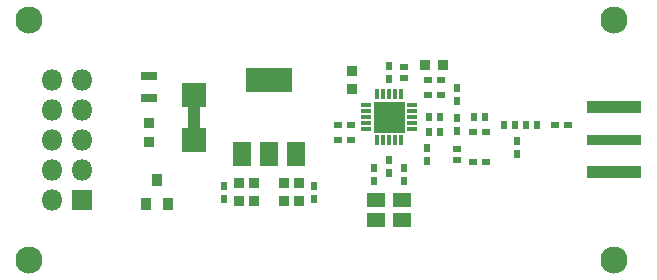
<source format=gbr>
%TF.GenerationSoftware,KiCad,Pcbnew,(5.1.6)-1*%
%TF.CreationDate,2020-07-26T08:56:46-05:00*%
%TF.ProjectId,nanoRT,6e616e6f-5254-42e6-9b69-6361645f7063,rev?*%
%TF.SameCoordinates,Original*%
%TF.FileFunction,Soldermask,Top*%
%TF.FilePolarity,Negative*%
%FSLAX46Y46*%
G04 Gerber Fmt 4.6, Leading zero omitted, Abs format (unit mm)*
G04 Created by KiCad (PCBNEW (5.1.6)-1) date 2020-07-26 08:56:46*
%MOMM*%
%LPD*%
G01*
G04 APERTURE LIST*
%ADD10R,2.098980X2.098980*%
%ADD11R,1.100000X2.100000*%
%ADD12O,1.800000X1.800000*%
%ADD13R,1.800000X1.800000*%
%ADD14R,4.660000X0.950000*%
%ADD15R,4.660000X1.100000*%
%ADD16R,0.700000X0.600000*%
%ADD17R,0.600000X0.700000*%
%ADD18R,0.850000X0.900000*%
%ADD19R,0.900000X0.850000*%
%ADD20R,0.900000X0.900000*%
%ADD21R,0.500000X0.700000*%
%ADD22R,0.700000X0.500000*%
%ADD23R,0.900000X1.000000*%
%ADD24R,1.400000X0.800000*%
%ADD25R,1.350000X1.350000*%
%ADD26R,0.400000X0.830000*%
%ADD27R,0.830000X0.400000*%
%ADD28R,1.600000X2.100000*%
%ADD29R,3.900000X2.100000*%
%ADD30R,1.500000X1.300000*%
%ADD31C,2.300000*%
G04 APERTURE END LIST*
D10*
%TO.C,JP1*%
X111760000Y-91440000D03*
X111760000Y-87630000D03*
D11*
X111760000Y-88900000D03*
X111760000Y-90170000D03*
%TD*%
D12*
%TO.C,J2*%
X99695000Y-86360000D03*
X102235000Y-86360000D03*
X99695000Y-88900000D03*
X102235000Y-88900000D03*
X99695000Y-91440000D03*
X102235000Y-91440000D03*
X99695000Y-93980000D03*
X102235000Y-93980000D03*
X99695000Y-96520000D03*
D13*
X102235000Y-96520000D03*
%TD*%
D14*
%TO.C,J5*%
X147320000Y-91440000D03*
D15*
X147320000Y-94210000D03*
X147320000Y-88670000D03*
%TD*%
D16*
%TO.C,C1*%
X125010000Y-91440000D03*
X123910000Y-91440000D03*
%TD*%
D17*
%TO.C,C2*%
X127000000Y-93811000D03*
X127000000Y-94911000D03*
%TD*%
D18*
%TO.C,C3*%
X125095000Y-85610000D03*
X125095000Y-87110000D03*
%TD*%
D17*
%TO.C,C4*%
X129540000Y-94911000D03*
X129540000Y-93811000D03*
%TD*%
D16*
%TO.C,C5*%
X125010000Y-90170000D03*
X123910000Y-90170000D03*
%TD*%
D17*
%TO.C,C6*%
X128270000Y-85175000D03*
X128270000Y-86275000D03*
%TD*%
D18*
%TO.C,C7*%
X120650000Y-95135000D03*
X120650000Y-96635000D03*
%TD*%
D17*
%TO.C,C8*%
X128270000Y-93176000D03*
X128270000Y-94276000D03*
%TD*%
D18*
%TO.C,C9*%
X119380000Y-95135000D03*
X119380000Y-96635000D03*
%TD*%
D17*
%TO.C,C10*%
X131445000Y-92160000D03*
X131445000Y-93260000D03*
%TD*%
D16*
%TO.C,C11*%
X132630000Y-87630000D03*
X131530000Y-87630000D03*
%TD*%
D17*
%TO.C,C12*%
X133985000Y-90720000D03*
X133985000Y-89620000D03*
%TD*%
D16*
%TO.C,C13*%
X131530000Y-86360000D03*
X132630000Y-86360000D03*
%TD*%
D17*
%TO.C,C14*%
X133985000Y-88180000D03*
X133985000Y-87080000D03*
%TD*%
D16*
%TO.C,C15*%
X135340000Y-93345000D03*
X136440000Y-93345000D03*
%TD*%
D18*
%TO.C,C16*%
X116840000Y-96635000D03*
X116840000Y-95135000D03*
%TD*%
D19*
%TO.C,C17*%
X131330000Y-85090000D03*
X132830000Y-85090000D03*
%TD*%
D16*
%TO.C,C18*%
X136440000Y-90805000D03*
X135340000Y-90805000D03*
%TD*%
D18*
%TO.C,C19*%
X115570000Y-96635000D03*
X115570000Y-95135000D03*
%TD*%
D17*
%TO.C,C20*%
X139065000Y-92625000D03*
X139065000Y-91525000D03*
%TD*%
D16*
%TO.C,C21*%
X142325000Y-90170000D03*
X143425000Y-90170000D03*
%TD*%
D17*
%TO.C,C22*%
X121920000Y-96435000D03*
X121920000Y-95335000D03*
%TD*%
%TO.C,C23*%
X114300000Y-96435000D03*
X114300000Y-95335000D03*
%TD*%
D20*
%TO.C,D2*%
X107950000Y-91605000D03*
X107950000Y-90005000D03*
%TD*%
D21*
%TO.C,L1*%
X132530000Y-89535000D03*
X131630000Y-89535000D03*
%TD*%
%TO.C,L2*%
X131630000Y-90805000D03*
X132530000Y-90805000D03*
%TD*%
D22*
%TO.C,L3*%
X133985000Y-92260000D03*
X133985000Y-93160000D03*
%TD*%
D21*
%TO.C,L4*%
X136340000Y-89535000D03*
X135440000Y-89535000D03*
%TD*%
%TO.C,L5*%
X137980000Y-90170000D03*
X138880000Y-90170000D03*
%TD*%
%TO.C,L6*%
X140785000Y-90170000D03*
X139885000Y-90170000D03*
%TD*%
D23*
%TO.C,Q1*%
X108585000Y-94885000D03*
X109535000Y-96885000D03*
X107635000Y-96885000D03*
%TD*%
D22*
%TO.C,R2*%
X129540000Y-85275000D03*
X129540000Y-86175000D03*
%TD*%
D24*
%TO.C,R3*%
X107950000Y-87945000D03*
X107950000Y-86045000D03*
%TD*%
D25*
%TO.C,U1*%
X127645000Y-88910000D03*
X127645000Y-90160000D03*
X128895000Y-88910000D03*
X128895000Y-90160000D03*
D26*
X127270000Y-87570000D03*
X127770000Y-87570000D03*
X128270000Y-87570000D03*
X128770000Y-87570000D03*
X129270000Y-87570000D03*
D27*
X130235000Y-88535000D03*
X130235000Y-89035000D03*
X130235000Y-89535000D03*
X130235000Y-90035000D03*
X130235000Y-90535000D03*
D26*
X129270000Y-91500000D03*
X128770000Y-91500000D03*
X128270000Y-91500000D03*
X127770000Y-91500000D03*
X127270000Y-91500000D03*
D27*
X126305000Y-90535000D03*
X126305000Y-90035000D03*
X126305000Y-89535000D03*
X126305000Y-89035000D03*
X126305000Y-88535000D03*
%TD*%
D28*
%TO.C,U2*%
X115810000Y-92685000D03*
X120410000Y-92685000D03*
X118110000Y-92685000D03*
D29*
X118110000Y-86385000D03*
%TD*%
D30*
%TO.C,Y1*%
X127170000Y-96520000D03*
X129370000Y-96520000D03*
X129370000Y-98220000D03*
X127170000Y-98220000D03*
%TD*%
D31*
%TO.C,H1*%
X97790000Y-101600000D03*
%TD*%
%TO.C,H2*%
X147320000Y-101600000D03*
%TD*%
%TO.C,H3*%
X97790000Y-81280000D03*
%TD*%
%TO.C,H4*%
X147320000Y-81280000D03*
%TD*%
M02*

</source>
